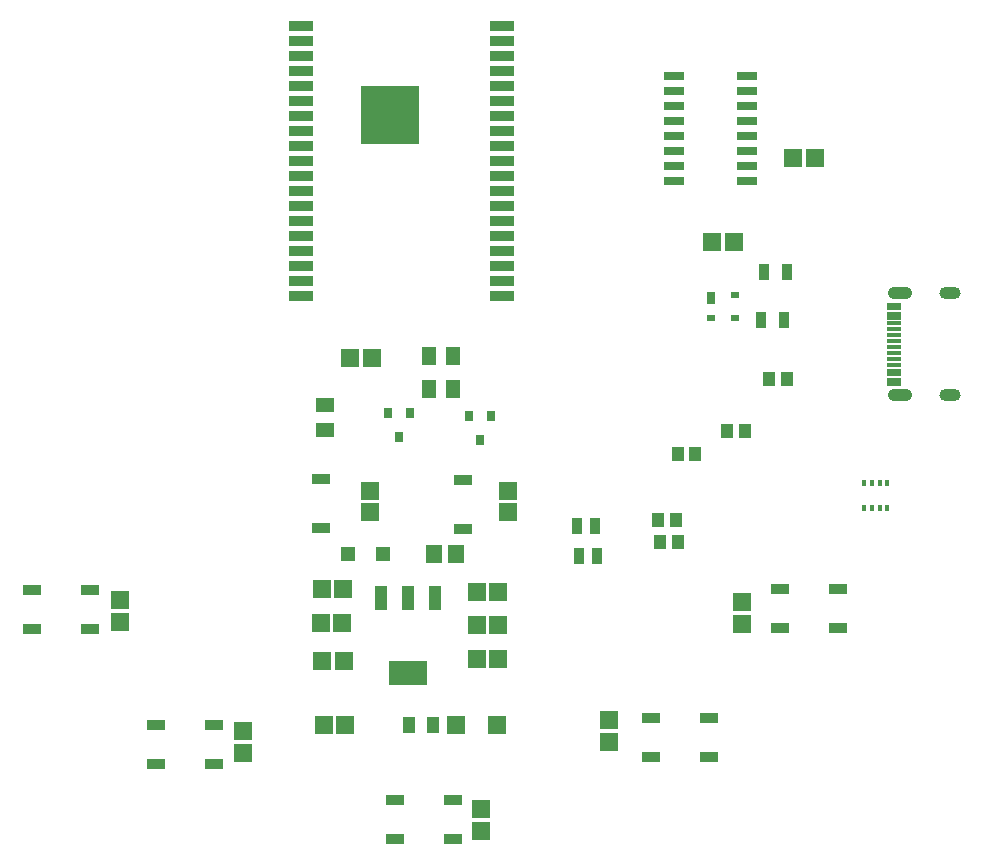
<source format=gtp>
G04*
G04 #@! TF.GenerationSoftware,Altium Limited,Altium Designer,23.3.1 (30)*
G04*
G04 Layer_Color=8421504*
%FSLAX44Y44*%
%MOMM*%
G71*
G04*
G04 #@! TF.SameCoordinates,11343DF2-346A-4928-BBB7-4E1EB81EA5CC*
G04*
G04*
G04 #@! TF.FilePolarity,Positive*
G04*
G01*
G75*
G04:AMPARAMS|DCode=15|XSize=1mm|YSize=2.1mm|CornerRadius=0.5mm|HoleSize=0mm|Usage=FLASHONLY|Rotation=90.000|XOffset=0mm|YOffset=0mm|HoleType=Round|Shape=RoundedRectangle|*
%AMROUNDEDRECTD15*
21,1,1.0000,1.1000,0,0,90.0*
21,1,0.0000,2.1000,0,0,90.0*
1,1,1.0000,0.5500,0.0000*
1,1,1.0000,0.5500,0.0000*
1,1,1.0000,-0.5500,0.0000*
1,1,1.0000,-0.5500,0.0000*
%
%ADD15ROUNDEDRECTD15*%
G04:AMPARAMS|DCode=16|XSize=1mm|YSize=1.8mm|CornerRadius=0.5mm|HoleSize=0mm|Usage=FLASHONLY|Rotation=90.000|XOffset=0mm|YOffset=0mm|HoleType=Round|Shape=RoundedRectangle|*
%AMROUNDEDRECTD16*
21,1,1.0000,0.8000,0,0,90.0*
21,1,0.0000,1.8000,0,0,90.0*
1,1,1.0000,0.4000,0.0000*
1,1,1.0000,0.4000,0.0000*
1,1,1.0000,-0.4000,0.0000*
1,1,1.0000,-0.4000,0.0000*
%
%ADD16ROUNDEDRECTD16*%
%ADD17R,0.8000X0.9000*%
%ADD18R,5.0000X5.0000*%
%ADD19R,2.0000X0.9000*%
%ADD20R,1.5500X1.5500*%
%ADD21R,1.5000X0.9000*%
%ADD22R,0.3500X0.5000*%
%ADD23R,0.9500X1.4500*%
%ADD24R,1.2500X1.5500*%
%ADD25R,1.1500X0.3000*%
%ADD26R,1.5000X1.5000*%
%ADD27R,1.0000X1.3500*%
%ADD28R,1.5000X1.5500*%
%ADD29R,1.2500X1.2200*%
%ADD30R,1.5500X1.5500*%
%ADD31R,1.4000X1.5500*%
%ADD32R,1.8000X0.6400*%
%ADD33R,1.0000X1.2500*%
%ADD34R,1.5500X1.5000*%
%ADD35R,1.5000X0.9500*%
G04:AMPARAMS|DCode=36|XSize=1mm|YSize=2.05mm|CornerRadius=0.05mm|HoleSize=0mm|Usage=FLASHONLY|Rotation=0.000|XOffset=0mm|YOffset=0mm|HoleType=Round|Shape=RoundedRectangle|*
%AMROUNDEDRECTD36*
21,1,1.0000,1.9500,0,0,0.0*
21,1,0.9000,2.0500,0,0,0.0*
1,1,0.1000,0.4500,-0.9750*
1,1,0.1000,-0.4500,-0.9750*
1,1,0.1000,-0.4500,0.9750*
1,1,0.1000,0.4500,0.9750*
%
%ADD36ROUNDEDRECTD36*%
G04:AMPARAMS|DCode=37|XSize=3.25mm|YSize=2.05mm|CornerRadius=0.0513mm|HoleSize=0mm|Usage=FLASHONLY|Rotation=0.000|XOffset=0mm|YOffset=0mm|HoleType=Round|Shape=RoundedRectangle|*
%AMROUNDEDRECTD37*
21,1,3.2500,1.9475,0,0,0.0*
21,1,3.1475,2.0500,0,0,0.0*
1,1,0.1025,1.5738,-0.9738*
1,1,0.1025,-1.5738,-0.9738*
1,1,0.1025,-1.5738,0.9738*
1,1,0.1025,1.5738,0.9738*
%
%ADD37ROUNDEDRECTD37*%
%ADD38R,1.5500X1.2500*%
%ADD39R,0.9500X1.3500*%
%ADD40R,0.7000X1.0000*%
%ADD41R,0.7000X0.6000*%
D15*
X1328928Y895350D02*
D03*
Y981710D02*
D03*
D16*
X1371092Y895350D02*
D03*
X1370838Y981710D02*
D03*
D17*
X982320Y877410D02*
D03*
X963320D02*
D03*
X972820Y857410D02*
D03*
X904240Y859950D02*
D03*
X894740Y879950D02*
D03*
X913740D02*
D03*
D18*
X896780Y1132820D02*
D03*
D19*
X991780Y1207820D02*
D03*
Y1195120D02*
D03*
Y1182420D02*
D03*
Y1169720D02*
D03*
Y1157020D02*
D03*
Y1144320D02*
D03*
Y1131620D02*
D03*
Y1118920D02*
D03*
Y1106220D02*
D03*
Y1093520D02*
D03*
Y1080820D02*
D03*
Y1068120D02*
D03*
Y1055420D02*
D03*
Y1042720D02*
D03*
Y1030020D02*
D03*
Y1017320D02*
D03*
Y1004620D02*
D03*
Y991920D02*
D03*
Y979220D02*
D03*
X821780D02*
D03*
Y991920D02*
D03*
Y1004620D02*
D03*
Y1017320D02*
D03*
Y1030020D02*
D03*
Y1042720D02*
D03*
Y1055420D02*
D03*
Y1068120D02*
D03*
Y1080820D02*
D03*
Y1093520D02*
D03*
Y1106220D02*
D03*
Y1118920D02*
D03*
Y1131620D02*
D03*
Y1144320D02*
D03*
Y1157020D02*
D03*
Y1169720D02*
D03*
Y1182420D02*
D03*
Y1195120D02*
D03*
Y1207820D02*
D03*
D20*
X668020Y703580D02*
D03*
Y722080D02*
D03*
X772160Y611230D02*
D03*
Y592730D02*
D03*
X1195070Y720450D02*
D03*
Y701950D02*
D03*
X1082040Y620120D02*
D03*
Y601620D02*
D03*
X974090Y526690D02*
D03*
Y545190D02*
D03*
D21*
X593990Y730240D02*
D03*
Y697240D02*
D03*
X642990D02*
D03*
Y730240D02*
D03*
X698707Y615721D02*
D03*
Y582721D02*
D03*
X747707D02*
D03*
Y615721D02*
D03*
X950330Y552440D02*
D03*
Y519440D02*
D03*
X901330D02*
D03*
Y552440D02*
D03*
X1226820Y698520D02*
D03*
Y731520D02*
D03*
X1275820D02*
D03*
Y698520D02*
D03*
X1117600Y589280D02*
D03*
Y622280D02*
D03*
X1166600D02*
D03*
Y589280D02*
D03*
D22*
X1304850Y820510D02*
D03*
X1298350D02*
D03*
Y800010D02*
D03*
X1304850D02*
D03*
X1311350D02*
D03*
X1317850D02*
D03*
Y820510D02*
D03*
X1311350D02*
D03*
D23*
X1210720Y958850D02*
D03*
X1230220D02*
D03*
X1232760Y999490D02*
D03*
X1213260D02*
D03*
D24*
X929550Y900430D02*
D03*
X950050D02*
D03*
X929550Y928370D02*
D03*
X950050D02*
D03*
D25*
X1323470Y972030D02*
D03*
Y964030D02*
D03*
Y916030D02*
D03*
Y908030D02*
D03*
Y905030D02*
D03*
Y913030D02*
D03*
Y921030D02*
D03*
Y926030D02*
D03*
Y931030D02*
D03*
Y936030D02*
D03*
Y941030D02*
D03*
Y946030D02*
D03*
Y951030D02*
D03*
Y956030D02*
D03*
Y961030D02*
D03*
Y969030D02*
D03*
D26*
X952780Y615950D02*
D03*
X987780D02*
D03*
D27*
X913290D02*
D03*
X933290D02*
D03*
D28*
X970170Y671830D02*
D03*
X988170D02*
D03*
X970170Y701040D02*
D03*
X988170D02*
D03*
X970170Y728980D02*
D03*
X988170D02*
D03*
X840630Y615950D02*
D03*
X858630D02*
D03*
X839360Y731520D02*
D03*
X857360D02*
D03*
X838090Y702310D02*
D03*
X856090D02*
D03*
D29*
X861550Y760730D02*
D03*
X891050D02*
D03*
D30*
X839110Y670560D02*
D03*
X857610D02*
D03*
X863240Y927100D02*
D03*
X881740D02*
D03*
X1256390Y1096010D02*
D03*
X1237890D02*
D03*
X1187810Y1024890D02*
D03*
X1169310D02*
D03*
D31*
X934110Y760730D02*
D03*
X953110D02*
D03*
D32*
X1137350Y1165860D02*
D03*
Y1153160D02*
D03*
Y1140460D02*
D03*
Y1127760D02*
D03*
Y1115060D02*
D03*
Y1102360D02*
D03*
Y1089660D02*
D03*
Y1076960D02*
D03*
X1199450D02*
D03*
Y1089660D02*
D03*
Y1102360D02*
D03*
Y1115060D02*
D03*
Y1127760D02*
D03*
Y1140460D02*
D03*
Y1153160D02*
D03*
Y1165860D02*
D03*
D33*
X1125340Y770890D02*
D03*
X1140340D02*
D03*
X1124070Y789940D02*
D03*
X1139070D02*
D03*
X1140460Y845820D02*
D03*
X1155460D02*
D03*
X1182370Y864870D02*
D03*
X1197370D02*
D03*
X1218050Y909320D02*
D03*
X1233050D02*
D03*
D34*
X996950Y796180D02*
D03*
Y814180D02*
D03*
X880110Y796180D02*
D03*
Y814180D02*
D03*
D35*
X958850Y781890D02*
D03*
Y823390D02*
D03*
X838200Y783160D02*
D03*
Y824660D02*
D03*
D36*
X934860Y723900D02*
D03*
X911860D02*
D03*
X888860D02*
D03*
D37*
X911860Y660400D02*
D03*
D38*
X842010Y886550D02*
D03*
Y866050D02*
D03*
D39*
X1071760Y758780D02*
D03*
X1056760D02*
D03*
X1070490Y784180D02*
D03*
X1055490D02*
D03*
D40*
X1168560Y977780D02*
D03*
D41*
Y960780D02*
D03*
X1188560D02*
D03*
Y979780D02*
D03*
M02*

</source>
